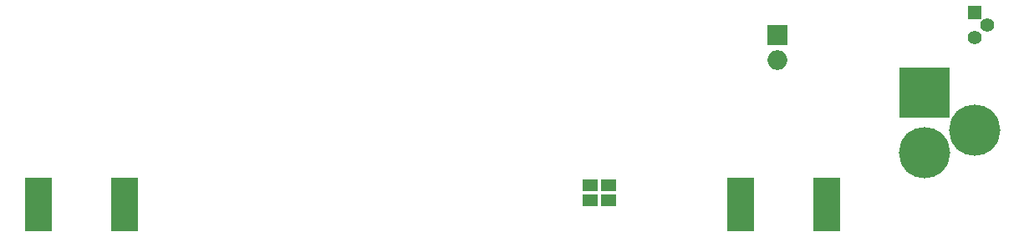
<source format=gbr>
G04 #@! TF.FileFunction,Soldermask,Bot*
%FSLAX46Y46*%
G04 Gerber Fmt 4.6, Leading zero omitted, Abs format (unit mm)*
G04 Created by KiCad (PCBNEW 4.0.6) date 08/15/24 14:35:26*
%MOMM*%
%LPD*%
G01*
G04 APERTURE LIST*
%ADD10C,0.100000*%
%ADD11R,1.600000X1.150000*%
%ADD12R,2.000000X2.000000*%
%ADD13O,2.000000X2.000000*%
%ADD14R,2.820000X5.480000*%
%ADD15C,5.200000*%
%ADD16R,5.200000X5.200000*%
%ADD17C,1.400000*%
%ADD18R,1.400000X1.400000*%
G04 APERTURE END LIST*
D10*
D11*
X151191000Y-139446000D03*
X149291000Y-139446000D03*
X151191000Y-140970000D03*
X149291000Y-140970000D03*
D12*
X168275000Y-124206000D03*
D13*
X168275000Y-126746000D03*
D14*
X93410000Y-141420000D03*
X102170000Y-141420000D03*
X164530000Y-141420000D03*
X173290000Y-141420000D03*
D15*
X183134000Y-136148000D03*
D16*
X183134000Y-130048000D03*
D15*
X188214000Y-133858000D03*
D17*
X189484000Y-123190000D03*
X188214000Y-124460000D03*
D18*
X188214000Y-121920000D03*
M02*

</source>
